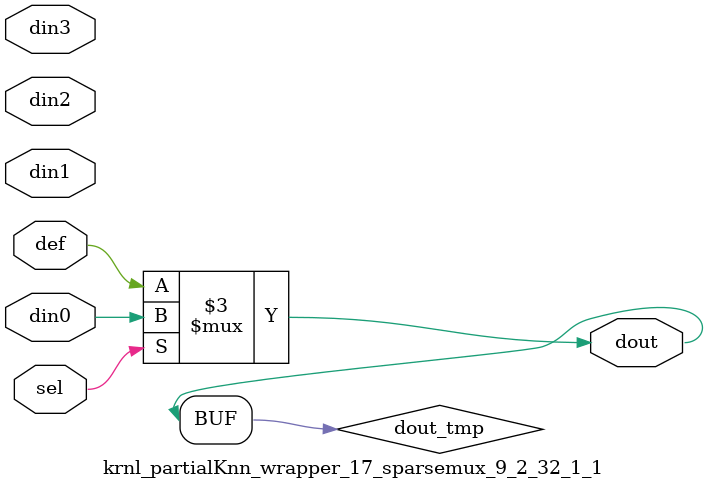
<source format=v>
`timescale 1ns / 1ps

module krnl_partialKnn_wrapper_17_sparsemux_9_2_32_1_1 (din0,din1,din2,din3,def,sel,dout);

parameter din0_WIDTH = 1;

parameter din1_WIDTH = 1;

parameter din2_WIDTH = 1;

parameter din3_WIDTH = 1;

parameter def_WIDTH = 1;
parameter sel_WIDTH = 1;
parameter dout_WIDTH = 1;

parameter [sel_WIDTH-1:0] CASE0 = 1;

parameter [sel_WIDTH-1:0] CASE1 = 1;

parameter [sel_WIDTH-1:0] CASE2 = 1;

parameter [sel_WIDTH-1:0] CASE3 = 1;

parameter ID = 1;
parameter NUM_STAGE = 1;



input [din0_WIDTH-1:0] din0;

input [din1_WIDTH-1:0] din1;

input [din2_WIDTH-1:0] din2;

input [din3_WIDTH-1:0] din3;

input [def_WIDTH-1:0] def;
input [sel_WIDTH-1:0] sel;

output [dout_WIDTH-1:0] dout;



reg [dout_WIDTH-1:0] dout_tmp;

always @ (*) begin
case (sel)
    
    CASE0 : dout_tmp = din0;
    
    CASE1 : dout_tmp = din1;
    
    CASE2 : dout_tmp = din2;
    
    CASE3 : dout_tmp = din3;
    
    default : dout_tmp = def;
endcase
end


assign dout = dout_tmp;



endmodule

</source>
